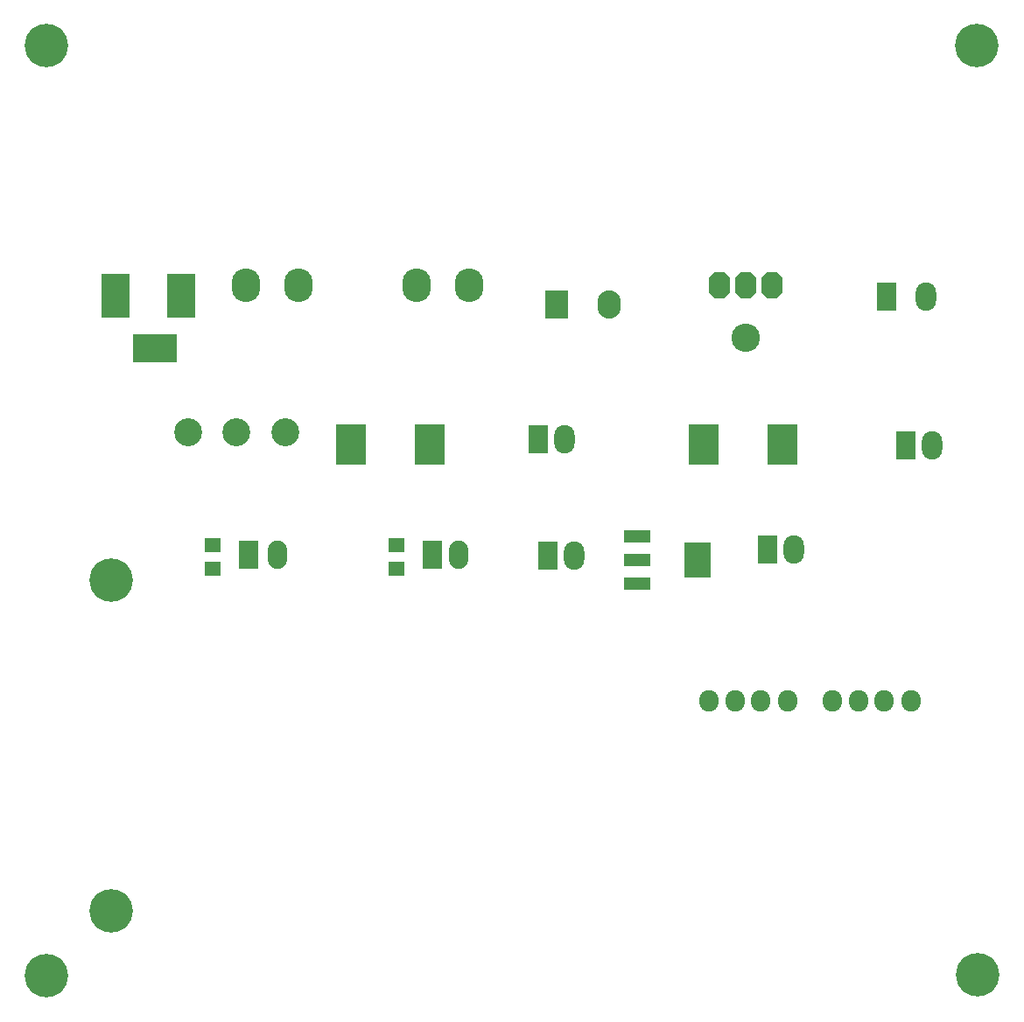
<source format=gts>
G04*
G04 #@! TF.GenerationSoftware,Altium Limited,Altium Designer,18.0.7 (293)*
G04*
G04 Layer_Color=8388736*
%FSLAX44Y44*%
%MOMM*%
G71*
G01*
G75*
%ADD22R,2.9972X4.0132*%
%ADD23R,1.6002X1.4732*%
%ADD24R,2.6032X3.5032*%
%ADD25R,2.6032X1.2032*%
%ADD26C,4.2032*%
%ADD27C,2.7000*%
%ADD28C,2.7032*%
%ADD29R,1.9812X2.7432*%
%ADD30O,1.9812X2.7432*%
%ADD31R,1.8542X2.7432*%
%ADD32O,1.8542X2.7432*%
G04:AMPARAMS|DCode=33|XSize=1.9812mm|YSize=2.4892mm|CornerRadius=0mm|HoleSize=0mm|Usage=FLASHONLY|Rotation=180.000|XOffset=0mm|YOffset=0mm|HoleType=Round|Shape=Octagon|*
%AMOCTAGOND33*
4,1,8,0.4953,-1.2446,-0.4953,-1.2446,-0.9906,-0.7493,-0.9906,0.7493,-0.4953,1.2446,0.4953,1.2446,0.9906,0.7493,0.9906,-0.7493,0.4953,-1.2446,0.0*
%
%ADD33OCTAGOND33*%

%ADD34C,2.7432*%
%ADD35O,1.8542X2.1082*%
%ADD36R,4.2672X2.7432*%
%ADD37R,2.7432X4.2672*%
%ADD38O,2.7432X3.2512*%
%ADD39O,2.2352X2.7432*%
%ADD40R,2.2352X2.7432*%
D22*
X420700Y564621D02*
D03*
X344500D02*
D03*
X762330D02*
D03*
X686130D02*
D03*
D23*
X211420Y443717D02*
D03*
Y466577D02*
D03*
X389220Y443717D02*
D03*
Y466577D02*
D03*
D24*
X679840Y452607D02*
D03*
D25*
X621840Y429607D02*
D03*
Y452607D02*
D03*
Y475607D02*
D03*
D26*
X113030Y113030D02*
D03*
Y433070D02*
D03*
X50000Y950000D02*
D03*
X950000D02*
D03*
X50000Y50000D02*
D03*
X951230Y51310D02*
D03*
D27*
X281280Y575797D02*
D03*
D28*
X234280D02*
D03*
X187280D02*
D03*
D29*
X862930Y707242D02*
D03*
X881578Y563097D02*
D03*
X748228Y462818D02*
D03*
X535270Y456468D02*
D03*
X526380Y569447D02*
D03*
D30*
X901030Y707242D02*
D03*
X906978Y563097D02*
D03*
X773628Y462818D02*
D03*
X560670Y456468D02*
D03*
X551780Y569447D02*
D03*
D31*
X245710Y457738D02*
D03*
X423510D02*
D03*
D32*
X273650D02*
D03*
X448910D02*
D03*
D33*
X701640Y718037D02*
D03*
X727040D02*
D03*
X752440D02*
D03*
D34*
X727040Y667237D02*
D03*
D35*
X886440Y316497D02*
D03*
X860786D02*
D03*
X835894D02*
D03*
X810240D02*
D03*
X767060D02*
D03*
X741406D02*
D03*
X716514D02*
D03*
X690860D02*
D03*
D36*
X155540Y657555D02*
D03*
D37*
X117440Y708355D02*
D03*
X180940D02*
D03*
D38*
X408270Y718672D02*
D03*
X293970D02*
D03*
X243170D02*
D03*
X459070D02*
D03*
D39*
X594960Y699622D02*
D03*
D40*
X544160D02*
D03*
M02*

</source>
